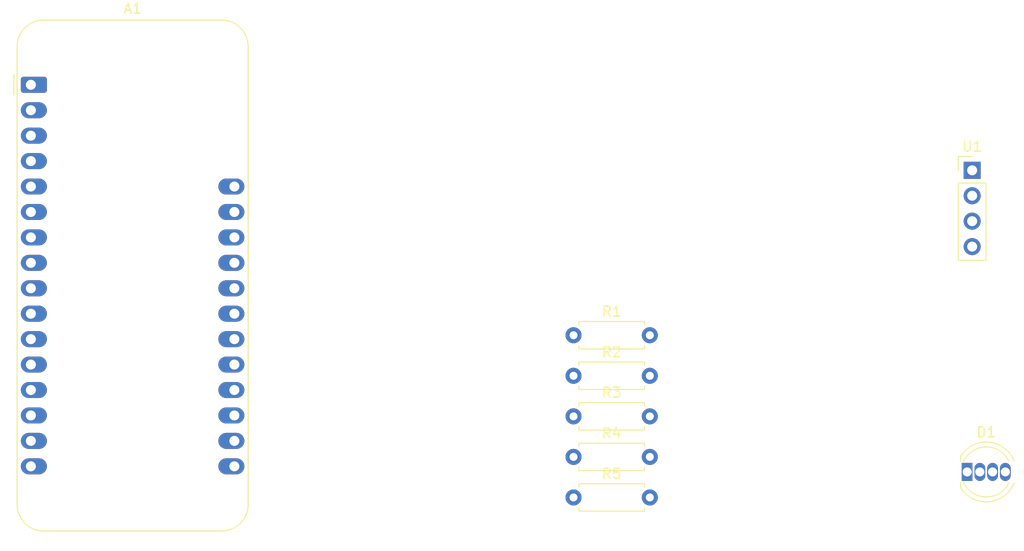
<source format=kicad_pcb>
(kicad_pcb (version 20241229) (generator "pcbnew") (generator_version "9.0")
  (layers (0 "F.Cu" signal) (2 "B.Cu" signal) (13 "F.Paste" user) (15 "B.Paste" user) (5 "F.SilkS" user "F.Silkscreen") (7 "B.SilkS" user "B.Silkscreen") (1 "F.Mask" user) (3 "B.Mask" user) (25 "Edge.Cuts" user))
  (net 0 "")
  (net 1 "Net-(A1-USB)")
  (net 6 "Net-(A1-A12{slash}IO13)")
  (net 7 "Net-(A1-SCK{slash}IO5)")
  (net 11 "Net-(A1-A7{slash}IO32)")
  (net 23 "Net-(A1-SDA{slash}IO23)")
  (net 27 "Net-(A1-A11{slash}IO12)")
  (net 29 "Net-(D1-RK)")
  (net 30 "GND")
  (net 31 "Net-(D1-GK)")
  (net 32 "Net-(D1-BK)")
  (net 33 "Net-(U1-ECHO)")
  (footprint "Resistor_THT:R_Axial_DIN0207_L6.3mm_D2.5mm_P7.62mm_Horizontal" (layer "F.Cu") (at 110.69 95)
    (property "Reference" "R4" (at 3.81 -2.37 0) (layer "F.SilkS"))
    (property "Value" "10k")
    (fp_line (start 0.54 -1.37) (end 7.08 -1.37) (stroke (width 0.12)) (layer "F.SilkS"))
    (fp_line (start 0.54 -1.04) (end 0.54 -1.37) (stroke (width 0.12)) (layer "F.SilkS"))
    (fp_line (start 0.54 1.04) (end 0.54 1.37) (stroke (width 0.12)) (layer "F.SilkS"))
    (fp_line (start 0.54 1.37) (end 7.08 1.37) (stroke (width 0.12)) (layer "F.SilkS"))
    (fp_line (start 7.08 -1.37) (end 7.08 -1.04) (stroke (width 0.12)) (layer "F.SilkS"))
    (fp_line (start 7.08 1.37) (end 7.08 1.04) (stroke (width 0.12)) (layer "F.SilkS"))
    (pad "1" thru_hole circle (at 0 0) (size 1.6 1.6) (drill 0.8) (layers "*.Cu" "*.Mask") (net 33 "Net-(U1-ECHO)"))
    (pad "2" thru_hole circle (at 7.62 0) (size 1.6 1.6) (drill 0.8) (layers "*.Cu" "*.Mask") (net 23 "Net-(A1-SDA{slash}IO23)"))
  )
  (footprint "Resistor_THT:R_Axial_DIN0207_L6.3mm_D2.5mm_P7.62mm_Horizontal" (layer "F.Cu") (at 110.69 99.05)
    (property "Reference" "R5" (at 3.81 -2.37 0) (layer "F.SilkS"))
    (property "Value" "15k")
    (fp_line (start 0.54 -1.37) (end 7.08 -1.37) (stroke (width 0.12)) (layer "F.SilkS"))
    (fp_line (start 0.54 -1.04) (end 0.54 -1.37) (stroke (width 0.12)) (layer "F.SilkS"))
    (fp_line (start 0.54 1.04) (end 0.54 1.37) (stroke (width 0.12)) (layer "F.SilkS"))
    (fp_line (start 0.54 1.37) (end 7.08 1.37) (stroke (width 0.12)) (layer "F.SilkS"))
    (fp_line (start 7.08 -1.37) (end 7.08 -1.04) (stroke (width 0.12)) (layer "F.SilkS"))
    (fp_line (start 7.08 1.37) (end 7.08 1.04) (stroke (width 0.12)) (layer "F.SilkS"))
    (pad "1" thru_hole circle (at 0 0) (size 1.6 1.6) (drill 0.8) (layers "*.Cu" "*.Mask") (net 23 "Net-(A1-SDA{slash}IO23)"))
    (pad "2" thru_hole circle (at 7.62 0) (size 1.6 1.6) (drill 0.8) (layers "*.Cu" "*.Mask") (net 30 "GND"))
  )
  (footprint "Module:Adafruit_Feather" (layer "F.Cu") (at 56.5 57.84)
    (property "Reference" "A1" (at 10.16 -7.62 0) (layer "F.SilkS"))
    (property "Value" "Adafruit_Feather_HUZZAH32_ESP32")
    (fp_line (start -1.7 1) (end -1.7 -1) (stroke (width 0.12)) (layer "F.SilkS"))
    (fp_line (start -1.38 -3.81) (end -1.38 41.91) (stroke (width 0.12)) (layer "F.SilkS"))
    (fp_line (start 19.05 -6.46) (end 1.27 -6.46) (stroke (width 0.12)) (layer "F.SilkS"))
    (fp_line (start 19.05 44.56) (end 1.27 44.56) (stroke (width 0.12)) (layer "F.SilkS"))
    (fp_line (start 21.7 -3.81) (end 21.7 41.91) (stroke (width 0.12)) (layer "F.SilkS"))
    (fp_arc (start -1.38 -3.81) (mid -0.603833 -5.683833) (end 1.27 -6.46) (stroke (width 0.12)) (layer "F.SilkS"))
    (fp_arc (start 1.27 44.56) (mid -0.603833 43.783833) (end -1.38 41.91) (stroke (width 0.12)) (layer "F.SilkS"))
    (fp_arc (start 19.05 -6.46) (mid 20.923833 -5.683833) (end 21.7 -3.81) (stroke (width 0.12)) (layer "F.SilkS"))
    (fp_arc (start 21.7 41.91) (mid 20.923833 43.783833) (end 19.05 44.56) (stroke (width 0.12)) (layer "F.SilkS"))
    (pad "1" thru_hole roundrect (at 0 0) (size 2.6 1.6) (drill 1 (offset 0.3 0)) (layers "*.Cu" "*.Mask") (roundrect_rratio 0.15625))
    (pad "2" thru_hole oval (at 0 2.54) (size 2.6 1.6) (drill 1 (offset 0.3 0)) (layers "*.Cu" "*.Mask"))
    (pad "3" thru_hole oval (at 0 5.08) (size 2.6 1.6) (drill 1 (offset 0.3 0)) (layers "*.Cu" "*.Mask"))
    (pad "4" thru_hole oval (at 0 7.62) (size 2.6 1.6) (drill 1 (offset 0.3 0)) (layers "*.Cu" "*.Mask"))
    (pad "5" thru_hole oval (at 0 10.16) (size 2.6 1.6) (drill 1 (offset 0.3 0)) (layers "*.Cu" "*.Mask"))
    (pad "6" thru_hole oval (at 0 12.7) (size 2.6 1.6) (drill 1 (offset 0.3 0)) (layers "*.Cu" "*.Mask"))
    (pad "7" thru_hole oval (at 0 15.24) (size 2.6 1.6) (drill 1 (offset 0.3 0)) (layers "*.Cu" "*.Mask"))
    (pad "8" thru_hole oval (at 0 17.78) (size 2.6 1.6) (drill 1 (offset 0.3 0)) (layers "*.Cu" "*.Mask"))
    (pad "9" thru_hole oval (at 0 20.32) (size 2.6 1.6) (drill 1 (offset 0.3 0)) (layers "*.Cu" "*.Mask"))
    (pad "10" thru_hole oval (at 0 22.86) (size 2.6 1.6) (drill 1 (offset 0.3 0)) (layers "*.Cu" "*.Mask"))
    (pad "11" thru_hole oval (at 0 25.4) (size 2.6 1.6) (drill 1 (offset 0.3 0)) (layers "*.Cu" "*.Mask") (net 7 "Net-(A1-SCK{slash}IO5)"))
    (pad "12" thru_hole oval (at 0 27.94) (size 2.6 1.6) (drill 1 (offset 0.3 0)) (layers "*.Cu" "*.Mask"))
    (pad "13" thru_hole oval (at 0 30.48) (size 2.6 1.6) (drill 1 (offset 0.3 0)) (layers "*.Cu" "*.Mask"))
    (pad "14" thru_hole oval (at 0 33.02) (size 2.6 1.6) (drill 1 (offset 0.3 0)) (layers "*.Cu" "*.Mask"))
    (pad "15" thru_hole oval (at 0 35.56) (size 2.6 1.6) (drill 1 (offset 0.3 0)) (layers "*.Cu" "*.Mask"))
    (pad "16" thru_hole oval (at 0 38.1) (size 2.6 1.6) (drill 1 (offset 0.3 0)) (layers "*.Cu" "*.Mask"))
    (pad "17" thru_hole oval (at 20.32 38.1 180) (size 2.6 1.6) (drill 1 (offset 0.3 0)) (layers "*.Cu" "*.Mask") (net 23 "Net-(A1-SDA{slash}IO23)"))
    (pad "18" thru_hole oval (at 20.32 35.56 180) (size 2.6 1.6) (drill 1 (offset 0.3 0)) (layers "*.Cu" "*.Mask"))
    (pad "19" thru_hole oval (at 20.32 33.02 180) (size 2.6 1.6) (drill 1 (offset 0.3 0)) (layers "*.Cu" "*.Mask"))
    (pad "20" thru_hole oval (at 20.32 30.48 180) (size 2.6 1.6) (drill 1 (offset 0.3 0)) (layers "*.Cu" "*.Mask") (net 11 "Net-(A1-A7{slash}IO32)"))
    (pad "21" thru_hole oval (at 20.32 27.94 180) (size 2.6 1.6) (drill 1 (offset 0.3 0)) (layers "*.Cu" "*.Mask"))
    (pad "22" thru_hole oval (at 20.32 25.4 180) (size 2.6 1.6) (drill 1 (offset 0.3 0)) (layers "*.Cu" "*.Mask"))
    (pad "23" thru_hole oval (at 20.32 22.86 180) (size 2.6 1.6) (drill 1 (offset 0.3 0)) (layers "*.Cu" "*.Mask"))
    (pad "24" thru_hole oval (at 20.32 20.32 180) (size 2.6 1.6) (drill 1 (offset 0.3 0)) (layers "*.Cu" "*.Mask") (net 27 "Net-(A1-A11{slash}IO12)"))
    (pad "25" thru_hole oval (at 20.32 17.78 180) (size 2.6 1.6) (drill 1 (offset 0.3 0)) (layers "*.Cu" "*.Mask") (net 6 "Net-(A1-A12{slash}IO13)"))
    (pad "26" thru_hole oval (at 20.32 15.24 180) (size 2.6 1.6) (drill 1 (offset 0.3 0)) (layers "*.Cu" "*.Mask") (net 1 "Net-(A1-USB)"))
    (pad "27" thru_hole oval (at 20.32 12.7 180) (size 2.6 1.6) (drill 1 (offset 0.3 0)) (layers "*.Cu" "*.Mask"))
    (pad "28" thru_hole oval (at 20.32 10.16 180) (size 2.6 1.6) (drill 1 (offset 0.3 0)) (layers "*.Cu" "*.Mask"))
  )
  (footprint "Resistor_THT:R_Axial_DIN0207_L6.3mm_D2.5mm_P7.62mm_Horizontal" (layer "F.Cu") (at 110.69 82.85)
    (property "Reference" "R1" (at 3.81 -2.37 0) (layer "F.SilkS"))
    (property "Value" "330")
    (fp_line (start 0.54 -1.37) (end 7.08 -1.37) (stroke (width 0.12)) (layer "F.SilkS"))
    (fp_line (start 0.54 -1.04) (end 0.54 -1.37) (stroke (width 0.12)) (layer "F.SilkS"))
    (fp_line (start 0.54 1.04) (end 0.54 1.37) (stroke (width 0.12)) (layer "F.SilkS"))
    (fp_line (start 0.54 1.37) (end 7.08 1.37) (stroke (width 0.12)) (layer "F.SilkS"))
    (fp_line (start 7.08 -1.37) (end 7.08 -1.04) (stroke (width 0.12)) (layer "F.SilkS"))
    (fp_line (start 7.08 1.37) (end 7.08 1.04) (stroke (width 0.12)) (layer "F.SilkS"))
    (pad "1" thru_hole circle (at 0 0) (size 1.6 1.6) (drill 0.8) (layers "*.Cu" "*.Mask") (net 11 "Net-(A1-A7{slash}IO32)"))
    (pad "2" thru_hole circle (at 7.62 0) (size 1.6 1.6) (drill 0.8) (layers "*.Cu" "*.Mask") (net 29 "Net-(D1-RK)"))
  )
  (footprint "Connector_PinHeader_2.54mm:PinHeader_1x04_P2.54mm_Vertical" (layer "F.Cu") (at 150.5 66.38)
    (property "Reference" "U1" (at 0 -2.38 0) (layer "F.SilkS"))
    (property "Value" "HC-SR04")
    (fp_line (start -1.38 -1.38) (end 0 -1.38) (stroke (width 0.12)) (layer "F.SilkS"))
    (fp_line (start -1.38 0) (end -1.38 -1.38) (stroke (width 0.12)) (layer "F.SilkS"))
    (fp_line (start -1.38 1.27) (end -1.38 9) (stroke (width 0.12)) (layer "F.SilkS"))
    (fp_line (start -1.38 1.27) (end 1.38 1.27) (stroke (width 0.12)) (layer "F.SilkS"))
    (fp_line (start -1.38 9) (end 1.38 9) (stroke (width 0.12)) (layer "F.SilkS"))
    (fp_line (start 1.38 1.27) (end 1.38 9) (stroke (width 0.12)) (layer "F.SilkS"))
    (pad "1" thru_hole rect (at 0 0) (size 1.7 1.7) (drill 1) (layers "*.Cu" "*.Mask") (net 1 "Net-(A1-USB)"))
    (pad "2" thru_hole circle (at 0 2.54) (size 1.7 1.7) (drill 1) (layers "*.Cu" "*.Mask") (net 7 "Net-(A1-SCK{slash}IO5)"))
    (pad "3" thru_hole circle (at 0 5.08) (size 1.7 1.7) (drill 1) (layers "*.Cu" "*.Mask") (net 33 "Net-(U1-ECHO)"))
    (pad "4" thru_hole circle (at 0 7.62) (size 1.7 1.7) (drill 1) (layers "*.Cu" "*.Mask") (net 30 "GND"))
  )
  (footprint "Resistor_THT:R_Axial_DIN0207_L6.3mm_D2.5mm_P7.62mm_Horizontal" (layer "F.Cu") (at 110.69 90.95)
    (property "Reference" "R3" (at 3.81 -2.37 0) (layer "F.SilkS"))
    (property "Value" "330")
    (fp_line (start 0.54 -1.37) (end 7.08 -1.37) (stroke (width 0.12)) (layer "F.SilkS"))
    (fp_line (start 0.54 -1.04) (end 0.54 -1.37) (stroke (width 0.12)) (layer "F.SilkS"))
    (fp_line (start 0.54 1.04) (end 0.54 1.37) (stroke (width 0.12)) (layer "F.SilkS"))
    (fp_line (start 0.54 1.37) (end 7.08 1.37) (stroke (width 0.12)) (layer "F.SilkS"))
    (fp_line (start 7.08 -1.37) (end 7.08 -1.04) (stroke (width 0.12)) (layer "F.SilkS"))
    (fp_line (start 7.08 1.37) (end 7.08 1.04) (stroke (width 0.12)) (layer "F.SilkS"))
    (pad "1" thru_hole circle (at 0 0) (size 1.6 1.6) (drill 0.8) (layers "*.Cu" "*.Mask") (net 6 "Net-(A1-A12{slash}IO13)"))
    (pad "2" thru_hole circle (at 7.62 0) (size 1.6 1.6) (drill 0.8) (layers "*.Cu" "*.Mask") (net 32 "Net-(D1-BK)"))
  )
  (footprint "LED_THT:LED_D5.0mm-4_RGB" (layer "F.Cu") (at 150 96.5)
    (property "Reference" "D1" (at 1.905 -3.96 0) (layer "F.SilkS"))
    (property "Value" "LED_ARGB")
    (fp_line (start -0.655 -1.545) (end -0.655 -1.08) (stroke (width 0.12)) (layer "F.SilkS"))
    (fp_line (start -0.655 1.08) (end -0.655 1.545) (stroke (width 0.12)) (layer "F.SilkS"))
    (fp_arc (start -0.655 -1.54483) (mid 2.163898 -2.97877) (end 4.693136 -1.08) (stroke (width 0.12)) (layer "F.SilkS"))
    (fp_arc (start -0.349684 -1.08) (mid 1.905 -2.5) (end 4.159684 -1.08) (stroke (width 0.12)) (layer "F.SilkS"))
    (fp_arc (start 4.159684 1.08) (mid 1.905 2.5) (end -0.349684 1.08) (stroke (width 0.12)) (layer "F.SilkS"))
    (fp_arc (start 4.693136 1.08) (mid 2.163898 2.97877) (end -0.655 1.54483) (stroke (width 0.12)) (layer "F.SilkS"))
    (pad "1" thru_hole rect (at 0 0) (size 1.07 1.8) (drill 0.9) (layers "*.Cu" "*.Mask") (net 30 "GND"))
    (pad "2" thru_hole oval (at 1.27 0) (size 1.07 1.8) (drill 0.9) (layers "*.Cu" "*.Mask") (net 29 "Net-(D1-RK)"))
    (pad "3" thru_hole oval (at 2.54 0) (size 1.07 1.8) (drill 0.9) (layers "*.Cu" "*.Mask") (net 31 "Net-(D1-GK)"))
    (pad "4" thru_hole oval (at 3.81 0) (size 1.07 1.8) (drill 0.9) (layers "*.Cu" "*.Mask") (net 32 "Net-(D1-BK)"))
  )
  (footprint "Resistor_THT:R_Axial_DIN0207_L6.3mm_D2.5mm_P7.62mm_Horizontal" (layer "F.Cu") (at 110.69 86.9)
    (property "Reference" "R2" (at 3.81 -2.37 0) (layer "F.SilkS"))
    (property "Value" "330")
    (fp_line (start 0.54 -1.37) (end 7.08 -1.37) (stroke (width 0.12)) (layer "F.SilkS"))
    (fp_line (start 0.54 -1.04) (end 0.54 -1.37) (stroke (width 0.12)) (layer "F.SilkS"))
    (fp_line (start 0.54 1.04) (end 0.54 1.37) (stroke (width 0.12)) (layer "F.SilkS"))
    (fp_line (start 0.54 1.37) (end 7.08 1.37) (stroke (width 0.12)) (layer "F.SilkS"))
    (fp_line (start 7.08 -1.37) (end 7.08 -1.04) (stroke (width 0.12)) (layer "F.SilkS"))
    (fp_line (start 7.08 1.37) (end 7.08 1.04) (stroke (width 0.12)) (layer "F.SilkS"))
    (pad "1" thru_hole circle (at 0 0) (size 1.6 1.6) (drill 0.8) (layers "*.Cu" "*.Mask") (net 27 "Net-(A1-A11{slash}IO12)"))
    (pad "2" thru_hole circle (at 7.62 0) (size 1.6 1.6) (drill 0.8) (layers "*.Cu" "*.Mask") (net 31 "Net-(D1-GK)"))
  )
)
</source>
